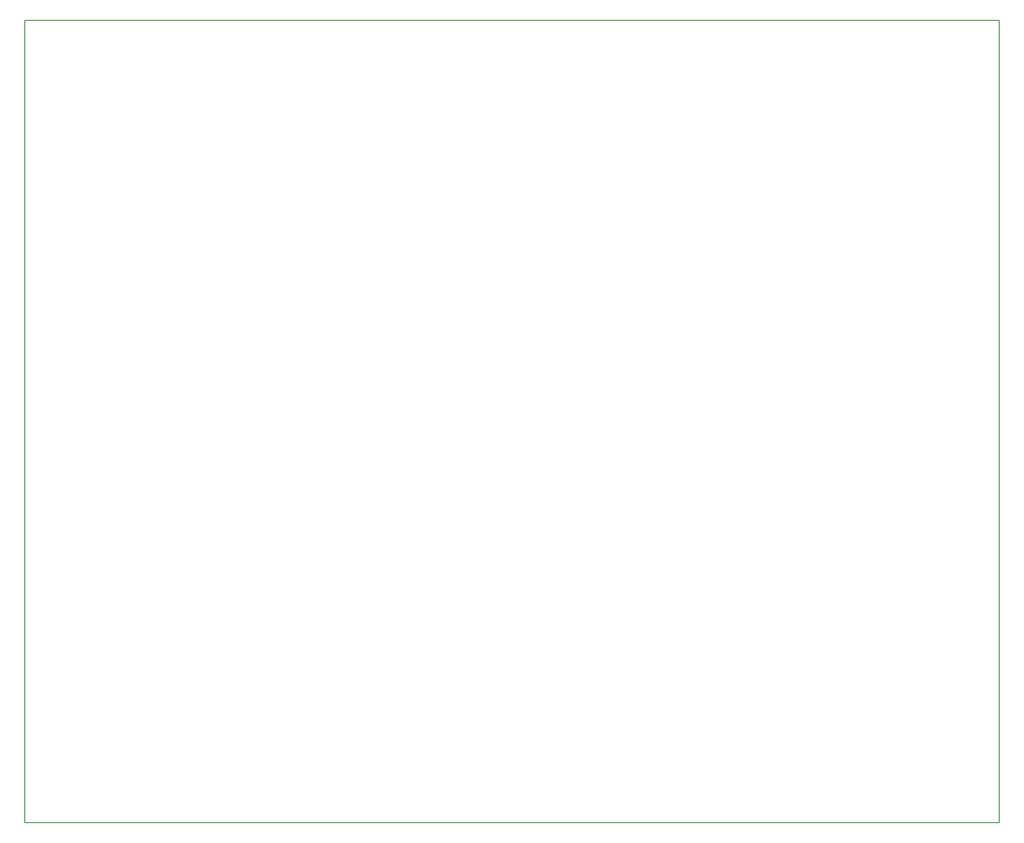
<source format=gbr>
G04 #@! TF.FileFunction,Profile,NP*
%FSLAX46Y46*%
G04 Gerber Fmt 4.6, Leading zero omitted, Abs format (unit mm)*
G04 Created by KiCad (PCBNEW 4.0.7) date 06/06/18 10:15:49*
%MOMM*%
%LPD*%
G01*
G04 APERTURE LIST*
%ADD10C,0.100000*%
%ADD11C,0.150000*%
G04 APERTURE END LIST*
D10*
D11*
X195000000Y-15000000D02*
X195000000Y-155000000D01*
X25000000Y-15000000D02*
X195000000Y-15000000D01*
X25000000Y-155000000D02*
X25000000Y-15000000D01*
X195000000Y-155000000D02*
X25000000Y-155000000D01*
M02*

</source>
